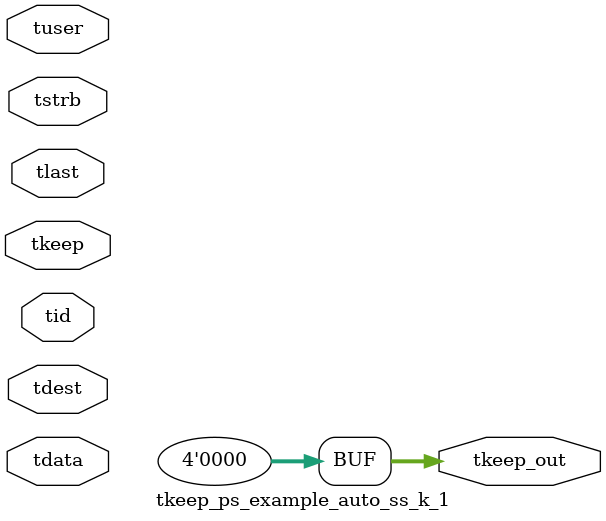
<source format=v>


`timescale 1ps/1ps

module tkeep_ps_example_auto_ss_k_1 #
(
parameter C_S_AXIS_TDATA_WIDTH = 32,
parameter C_S_AXIS_TUSER_WIDTH = 0,
parameter C_S_AXIS_TID_WIDTH   = 0,
parameter C_S_AXIS_TDEST_WIDTH = 0,
parameter C_M_AXIS_TDATA_WIDTH = 32
)
(
input  [(C_S_AXIS_TDATA_WIDTH == 0 ? 1 : C_S_AXIS_TDATA_WIDTH)-1:0     ] tdata,
input  [(C_S_AXIS_TUSER_WIDTH == 0 ? 1 : C_S_AXIS_TUSER_WIDTH)-1:0     ] tuser,
input  [(C_S_AXIS_TID_WIDTH   == 0 ? 1 : C_S_AXIS_TID_WIDTH)-1:0       ] tid,
input  [(C_S_AXIS_TDEST_WIDTH == 0 ? 1 : C_S_AXIS_TDEST_WIDTH)-1:0     ] tdest,
input  [(C_S_AXIS_TDATA_WIDTH/8)-1:0 ] tkeep,
input  [(C_S_AXIS_TDATA_WIDTH/8)-1:0 ] tstrb,
input                                                                    tlast,
output [(C_M_AXIS_TDATA_WIDTH/8)-1:0 ] tkeep_out
);

assign tkeep_out = {1'b0};

endmodule


</source>
